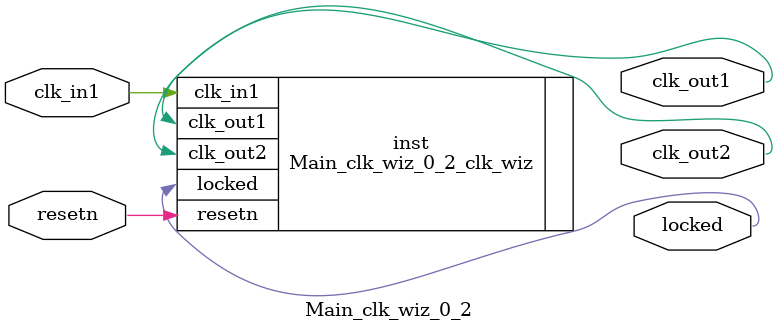
<source format=v>


`timescale 1ps/1ps

(* CORE_GENERATION_INFO = "Main_clk_wiz_0_2,clk_wiz_v6_0_10_0_0,{component_name=Main_clk_wiz_0_2,use_phase_alignment=true,use_min_o_jitter=false,use_max_i_jitter=false,use_dyn_phase_shift=false,use_inclk_switchover=false,use_dyn_reconfig=false,enable_axi=0,feedback_source=FDBK_AUTO,PRIMITIVE=MMCM,num_out_clk=2,clkin1_period=83.333,clkin2_period=10.0,use_power_down=false,use_reset=true,use_locked=true,use_inclk_stopped=false,feedback_type=SINGLE,CLOCK_MGR_TYPE=NA,manual_override=false}" *)

module Main_clk_wiz_0_2 
 (
  // Clock out ports
  output        clk_out1,
  output        clk_out2,
  // Status and control signals
  input         resetn,
  output        locked,
 // Clock in ports
  input         clk_in1
 );

  Main_clk_wiz_0_2_clk_wiz inst
  (
  // Clock out ports  
  .clk_out1(clk_out1),
  .clk_out2(clk_out2),
  // Status and control signals               
  .resetn(resetn), 
  .locked(locked),
 // Clock in ports
  .clk_in1(clk_in1)
  );

endmodule

</source>
